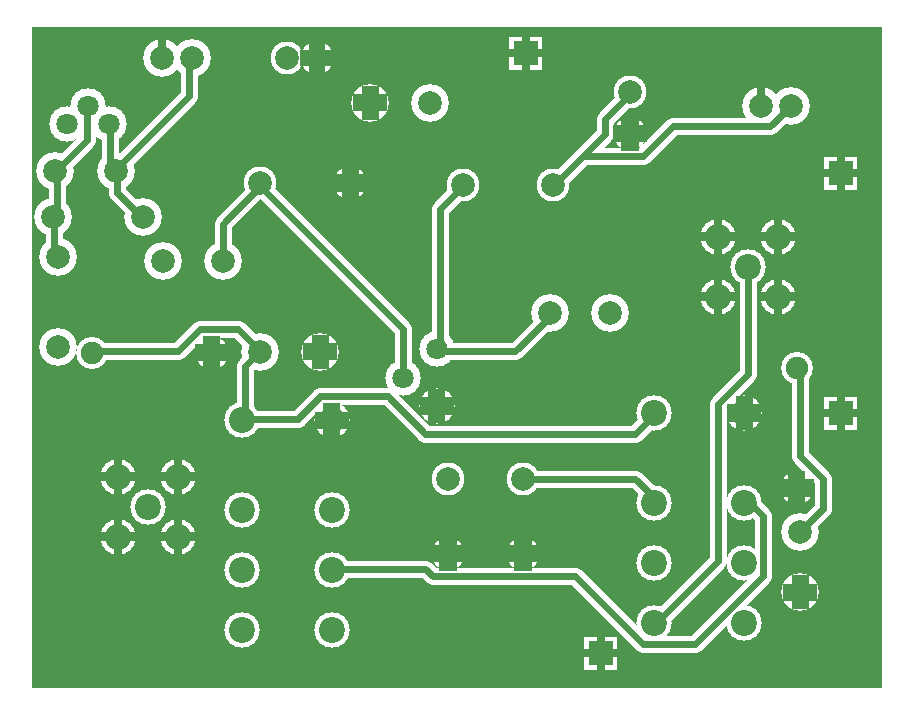
<source format=gbr>
%FSLAX34Y34*%
%MOMM*%
%LNCOPPER_BOTTOM*%
G71*
G01*
%ADD10C,3.200*%
%ADD11C,3.000*%
%ADD12C,3.000*%
%ADD13C,2.800*%
%ADD14C,2.800*%
%ADD15C,3.200*%
%ADD16C,2.700*%
%ADD17C,1.400*%
%ADD18C,0.667*%
%ADD19C,0.813*%
%ADD20C,0.733*%
%ADD21C,1.467*%
%ADD22C,2.230*%
%ADD23C,1.447*%
%ADD24C,1.360*%
%ADD25C,2.000*%
%ADD26C,1.800*%
%ADD27C,2.200*%
%ADD28C,2.000*%
%ADD29C,3.000*%
%ADD30C,1.900*%
%ADD31C,0.600*%
%LPD*%
G36*
X0Y560000D02*
X720000Y560000D01*
X720000Y0D01*
X0Y0D01*
X0Y560000D01*
G37*
%LPC*%
X161900Y361650D02*
G54D10*
D03*
X110920Y361538D02*
G54D10*
D03*
X337596Y495870D02*
G54D10*
D03*
X286616Y495757D02*
G54D10*
D03*
X617675Y492725D02*
G54D10*
D03*
X643175Y492725D02*
G54D10*
D03*
X342900Y286950D02*
G54D11*
D03*
X314300Y263025D02*
G54D11*
D03*
X342935Y239059D02*
G54D11*
D03*
X73000Y179100D02*
G54D12*
D03*
X123800Y179100D02*
G54D12*
D03*
X98400Y153700D02*
G54D12*
D03*
X123800Y128300D02*
G54D12*
D03*
X73000Y128300D02*
G54D12*
D03*
X193650Y427690D02*
G54D13*
D03*
X269850Y427690D02*
G54D13*
D03*
X506456Y469506D02*
G54D13*
D03*
X506456Y504606D02*
G54D13*
D03*
X352400Y177500D02*
G54D13*
D03*
X415900Y177500D02*
G54D13*
D03*
X415900Y114000D02*
G54D13*
D03*
X352400Y114000D02*
G54D13*
D03*
X254000Y226749D02*
G54D14*
D03*
X352400Y114000D02*
G54D14*
D03*
X415900Y114000D02*
G54D14*
D03*
G36*
X404473Y551698D02*
X432473Y551698D01*
X432473Y523698D01*
X404473Y523698D01*
X404473Y551698D01*
G37*
X31750Y26600D02*
G54D15*
D03*
X685800Y540950D02*
G54D15*
D03*
X685800Y20250D02*
G54D15*
D03*
X177800Y226749D02*
G54D12*
D03*
X254000Y226749D02*
G54D12*
D03*
X177800Y150549D02*
G54D12*
D03*
X177800Y99749D02*
G54D12*
D03*
X177800Y48949D02*
G54D12*
D03*
X254000Y150549D02*
G54D12*
D03*
X254000Y99749D02*
G54D12*
D03*
X254000Y48949D02*
G54D12*
D03*
X152400Y283900D02*
G54D16*
D03*
X50800Y283900D02*
G54D16*
D03*
X244310Y284725D02*
G54D10*
D03*
X193330Y284613D02*
G54D10*
D03*
X152400Y283900D02*
G54D13*
D03*
X152400Y283900D02*
G54D14*
D03*
X244310Y284725D02*
G54D14*
D03*
X581000Y382300D02*
G54D12*
D03*
X631800Y382300D02*
G54D12*
D03*
X606400Y356900D02*
G54D12*
D03*
X631800Y331500D02*
G54D12*
D03*
X581000Y331500D02*
G54D12*
D03*
X527050Y233099D02*
G54D12*
D03*
X603250Y233099D02*
G54D12*
D03*
X527050Y156899D02*
G54D12*
D03*
X527050Y106099D02*
G54D12*
D03*
X527050Y55299D02*
G54D12*
D03*
X603250Y156899D02*
G54D12*
D03*
X603250Y106099D02*
G54D12*
D03*
X603250Y55299D02*
G54D12*
D03*
X647700Y169600D02*
G54D16*
D03*
X647700Y271200D02*
G54D16*
D03*
X650658Y81207D02*
G54D10*
D03*
X650546Y132188D02*
G54D10*
D03*
X110309Y533322D02*
G54D10*
D03*
X135809Y533322D02*
G54D10*
D03*
X647700Y169600D02*
G54D14*
D03*
X650658Y81207D02*
G54D14*
D03*
X506456Y469506D02*
G54D14*
D03*
X603250Y233099D02*
G54D14*
D03*
X365100Y426420D02*
G54D13*
D03*
X441300Y426420D02*
G54D13*
D03*
X489997Y318070D02*
G54D10*
D03*
X439016Y317957D02*
G54D10*
D03*
X342935Y239059D02*
G54D14*
D03*
X286616Y495757D02*
G54D14*
D03*
G54D17*
X193330Y284613D02*
X193650Y285450D01*
X174600Y304500D01*
X142850Y304500D01*
X123800Y285450D01*
X53950Y285450D01*
X50800Y283900D01*
G54D17*
X193330Y284613D02*
X193650Y285450D01*
X180950Y272750D01*
X180950Y228300D01*
X177800Y226749D01*
G54D17*
X527050Y233099D02*
X530200Y234650D01*
X511150Y215600D01*
X333350Y215600D01*
X301600Y247350D01*
X244450Y247350D01*
X225400Y228300D01*
X180950Y228300D01*
X177800Y226749D01*
G54D17*
X193650Y427690D02*
X193650Y425150D01*
X161900Y393400D01*
X161900Y361650D01*
G54D17*
X193650Y427690D02*
X193650Y425150D01*
X314300Y304500D01*
X314300Y260050D01*
X314300Y263025D01*
G54D17*
X365100Y426420D02*
X365100Y425150D01*
X346050Y406100D01*
X346050Y285450D01*
X342900Y286950D01*
G54D17*
X439016Y317957D02*
X441300Y317200D01*
X409550Y285450D01*
X346050Y285450D01*
X342900Y286950D01*
G54D17*
X441300Y426420D02*
X441300Y425150D01*
X466700Y450550D01*
X517500Y450550D01*
X542900Y475950D01*
X625450Y475950D01*
X644500Y495000D01*
X643175Y492725D01*
G54D17*
X441300Y426420D02*
X441300Y425150D01*
X485750Y469600D01*
X485750Y482300D01*
X504800Y501350D01*
X504800Y507700D01*
X506456Y504606D01*
G54D17*
X527050Y55299D02*
X530200Y56850D01*
X581000Y107650D01*
X581000Y241000D01*
X606400Y266400D01*
X606400Y355300D01*
X606400Y356900D01*
G54D17*
X650546Y132188D02*
X650850Y133050D01*
X669900Y152100D01*
X669900Y177500D01*
X650850Y196550D01*
X650850Y272750D01*
X647700Y271200D01*
G54D17*
X603250Y156899D02*
X606400Y158450D01*
X619100Y145750D01*
X619100Y94950D01*
X561950Y37800D01*
X517500Y37800D01*
X460350Y94950D01*
X339700Y94950D01*
X333350Y101300D01*
X257150Y101300D01*
X254000Y99749D01*
G54D17*
X527050Y156899D02*
X530200Y158450D01*
X511150Y177500D01*
X415900Y177500D01*
X269850Y427690D02*
G54D14*
D03*
X65129Y477458D02*
G54D11*
D03*
X47554Y493358D02*
G54D11*
D03*
X29938Y477423D02*
G54D11*
D03*
X20064Y438071D02*
G54D10*
D03*
X71045Y438184D02*
G54D10*
D03*
X17656Y398724D02*
G54D10*
D03*
X93907Y398674D02*
G54D10*
D03*
X22396Y365032D02*
G54D10*
D03*
X22346Y288781D02*
G54D10*
D03*
G54D17*
X93906Y398674D02*
X91407Y400666D01*
X72357Y419716D01*
X72357Y438766D01*
X71045Y438183D01*
G54D17*
X71045Y438183D02*
X72357Y438766D01*
X66007Y445116D01*
X66007Y476866D01*
X65129Y477457D01*
G54D17*
X20064Y438071D02*
X21557Y438766D01*
X46957Y464166D01*
X46957Y495916D01*
X47554Y493357D01*
G54D17*
X17656Y398724D02*
X15207Y400666D01*
X21557Y407016D01*
X21557Y438766D01*
X20064Y438071D01*
X215900Y533400D02*
G54D13*
D03*
X241300Y533400D02*
G54D13*
D03*
G36*
X467973Y43698D02*
X495973Y43698D01*
X495973Y15698D01*
X467973Y15698D01*
X467973Y43698D01*
G37*
G36*
X671173Y450098D02*
X699173Y450098D01*
X699173Y422098D01*
X671173Y422098D01*
X671173Y450098D01*
G37*
G36*
X671173Y246898D02*
X699173Y246898D01*
X699173Y218898D01*
X671173Y218898D01*
X671173Y246898D01*
G37*
G54D17*
X71045Y438184D02*
X69850Y438150D01*
X133350Y501650D01*
X133350Y533400D01*
X135809Y533322D01*
X19050Y534600D02*
G54D15*
D03*
G54D17*
X22396Y365032D02*
X25400Y361950D01*
X19050Y368300D01*
X19050Y400050D01*
X17656Y398724D01*
%LPD*%
G54D18*
G36*
X614342Y492725D02*
X614342Y509225D01*
X621008Y509225D01*
X621008Y492725D01*
X614342Y492725D01*
G37*
G54D19*
G54D20*
G36*
X69333Y179100D02*
X69333Y194600D01*
X76667Y194600D01*
X76667Y179100D01*
X69333Y179100D01*
G37*
G36*
X73000Y182767D02*
X88500Y182767D01*
X88500Y175433D01*
X73000Y175433D01*
X73000Y182767D01*
G37*
G36*
X76667Y179100D02*
X76667Y163600D01*
X69333Y163600D01*
X69333Y179100D01*
X76667Y179100D01*
G37*
G36*
X73000Y175433D02*
X57500Y175433D01*
X57500Y182767D01*
X73000Y182767D01*
X73000Y175433D01*
G37*
G54D20*
G36*
X120133Y179100D02*
X120133Y194600D01*
X127467Y194600D01*
X127467Y179100D01*
X120133Y179100D01*
G37*
G36*
X123800Y182767D02*
X139300Y182767D01*
X139300Y175433D01*
X123800Y175433D01*
X123800Y182767D01*
G37*
G36*
X127467Y179100D02*
X127467Y163600D01*
X120133Y163600D01*
X120133Y179100D01*
X127467Y179100D01*
G37*
G36*
X123800Y175433D02*
X108300Y175433D01*
X108300Y182767D01*
X123800Y182767D01*
X123800Y175433D01*
G37*
G54D20*
G36*
X120133Y128300D02*
X120133Y143800D01*
X127467Y143800D01*
X127467Y128300D01*
X120133Y128300D01*
G37*
G36*
X123800Y131967D02*
X139300Y131967D01*
X139300Y124633D01*
X123800Y124633D01*
X123800Y131967D01*
G37*
G36*
X127467Y128300D02*
X127467Y112800D01*
X120133Y112800D01*
X120133Y128300D01*
X127467Y128300D01*
G37*
G36*
X123800Y124633D02*
X108300Y124633D01*
X108300Y131967D01*
X123800Y131967D01*
X123800Y124633D01*
G37*
G54D20*
G36*
X69333Y128300D02*
X69333Y143800D01*
X76667Y143800D01*
X76667Y128300D01*
X69333Y128300D01*
G37*
G36*
X73000Y131967D02*
X88500Y131967D01*
X88500Y124633D01*
X73000Y124633D01*
X73000Y131967D01*
G37*
G36*
X76667Y128300D02*
X76667Y112800D01*
X69333Y112800D01*
X69333Y128300D01*
X76667Y128300D01*
G37*
G36*
X73000Y124633D02*
X57500Y124633D01*
X57500Y131967D01*
X73000Y131967D01*
X73000Y124633D01*
G37*
G54D21*
G36*
X246666Y226749D02*
X246666Y241249D01*
X261333Y241249D01*
X261333Y226749D01*
X246666Y226749D01*
G37*
G36*
X254000Y234082D02*
X268500Y234082D01*
X268500Y219416D01*
X254000Y219416D01*
X254000Y234082D01*
G37*
G36*
X261333Y226749D02*
X261333Y212249D01*
X246666Y212249D01*
X246666Y226749D01*
X261333Y226749D01*
G37*
G36*
X254000Y219416D02*
X239500Y219416D01*
X239500Y234082D01*
X254000Y234082D01*
X254000Y219416D01*
G37*
G54D21*
G36*
X345067Y114000D02*
X345067Y128500D01*
X359733Y128500D01*
X359733Y114000D01*
X345067Y114000D01*
G37*
G36*
X352400Y121333D02*
X366900Y121333D01*
X366900Y106667D01*
X352400Y106667D01*
X352400Y121333D01*
G37*
G36*
X359733Y114000D02*
X359733Y99500D01*
X345067Y99500D01*
X345067Y114000D01*
X359733Y114000D01*
G37*
G36*
X352400Y106667D02*
X337900Y106667D01*
X337900Y121333D01*
X352400Y121333D01*
X352400Y106667D01*
G37*
G54D21*
G36*
X408567Y114000D02*
X408567Y128500D01*
X423233Y128500D01*
X423233Y114000D01*
X408567Y114000D01*
G37*
G36*
X415900Y121333D02*
X430400Y121333D01*
X430400Y106667D01*
X415900Y106667D01*
X415900Y121333D01*
G37*
G36*
X423233Y114000D02*
X423233Y99500D01*
X408567Y99500D01*
X408567Y114000D01*
X423233Y114000D01*
G37*
G36*
X415900Y106667D02*
X401400Y106667D01*
X401400Y121333D01*
X415900Y121333D01*
X415900Y106667D01*
G37*
G54D18*
G36*
X415140Y537698D02*
X415140Y552198D01*
X421806Y552198D01*
X421806Y537698D01*
X415140Y537698D01*
G37*
G36*
X418473Y541031D02*
X432973Y541031D01*
X432973Y534365D01*
X418473Y534365D01*
X418473Y541031D01*
G37*
G36*
X421806Y537698D02*
X421806Y523198D01*
X415140Y523198D01*
X415140Y537698D01*
X421806Y537698D01*
G37*
G36*
X418473Y534365D02*
X403973Y534365D01*
X403973Y541031D01*
X418473Y541031D01*
X418473Y534365D01*
G37*
G54D22*
G36*
X31750Y37750D02*
X48250Y37750D01*
X48250Y15450D01*
X31750Y15450D01*
X31750Y37750D01*
G37*
G36*
X42900Y26600D02*
X42900Y10100D01*
X20600Y10100D01*
X20600Y26600D01*
X42900Y26600D01*
G37*
G36*
X31750Y15450D02*
X15250Y15450D01*
X15250Y37750D01*
X31750Y37750D01*
X31750Y15450D01*
G37*
G36*
X20600Y26600D02*
X20600Y43100D01*
X42900Y43100D01*
X42900Y26600D01*
X20600Y26600D01*
G37*
G54D22*
G36*
X685800Y552100D02*
X702300Y552100D01*
X702300Y529800D01*
X685800Y529800D01*
X685800Y552100D01*
G37*
G36*
X696950Y540950D02*
X696950Y524450D01*
X674650Y524450D01*
X674650Y540950D01*
X696950Y540950D01*
G37*
G36*
X685800Y529800D02*
X669300Y529800D01*
X669300Y552100D01*
X685800Y552100D01*
X685800Y529800D01*
G37*
G36*
X674650Y540950D02*
X674650Y557450D01*
X696950Y557450D01*
X696950Y540950D01*
X674650Y540950D01*
G37*
G54D22*
G36*
X685800Y31400D02*
X702300Y31400D01*
X702300Y9100D01*
X685800Y9100D01*
X685800Y31400D01*
G37*
G36*
X696950Y20250D02*
X696950Y3750D01*
X674650Y3750D01*
X674650Y20250D01*
X696950Y20250D01*
G37*
G36*
X685800Y9100D02*
X669300Y9100D01*
X669300Y31400D01*
X685800Y31400D01*
X685800Y9100D01*
G37*
G36*
X674650Y20250D02*
X674650Y36750D01*
X696950Y36750D01*
X696950Y20250D01*
X674650Y20250D01*
G37*
G54D23*
G36*
X145167Y283900D02*
X145167Y298400D01*
X159633Y298400D01*
X159633Y283900D01*
X145167Y283900D01*
G37*
G36*
X152400Y291133D02*
X166900Y291133D01*
X166900Y276667D01*
X152400Y276667D01*
X152400Y291133D01*
G37*
G36*
X159633Y283900D02*
X159633Y269400D01*
X145167Y269400D01*
X145167Y283900D01*
X159633Y283900D01*
G37*
G36*
X152400Y276667D02*
X137900Y276667D01*
X137900Y291133D01*
X152400Y291133D01*
X152400Y276667D01*
G37*
G54D23*
G36*
X237077Y284725D02*
X237077Y299225D01*
X251543Y299225D01*
X251543Y284725D01*
X237077Y284725D01*
G37*
G36*
X244310Y291959D02*
X258810Y291959D01*
X258810Y277492D01*
X244310Y277492D01*
X244310Y291959D01*
G37*
G36*
X251543Y284725D02*
X251543Y270225D01*
X237077Y270225D01*
X237077Y284725D01*
X251543Y284725D01*
G37*
G36*
X244310Y277492D02*
X229810Y277492D01*
X229810Y291959D01*
X244310Y291959D01*
X244310Y277492D01*
G37*
G54D20*
G36*
X577333Y382300D02*
X577333Y397800D01*
X584667Y397800D01*
X584667Y382300D01*
X577333Y382300D01*
G37*
G36*
X581000Y385967D02*
X596500Y385967D01*
X596500Y378633D01*
X581000Y378633D01*
X581000Y385967D01*
G37*
G36*
X584667Y382300D02*
X584667Y366800D01*
X577333Y366800D01*
X577333Y382300D01*
X584667Y382300D01*
G37*
G36*
X581000Y378633D02*
X565500Y378633D01*
X565500Y385967D01*
X581000Y385967D01*
X581000Y378633D01*
G37*
G54D20*
G36*
X628133Y382300D02*
X628133Y397800D01*
X635467Y397800D01*
X635467Y382300D01*
X628133Y382300D01*
G37*
G36*
X631800Y385967D02*
X647300Y385967D01*
X647300Y378633D01*
X631800Y378633D01*
X631800Y385967D01*
G37*
G36*
X635467Y382300D02*
X635467Y366800D01*
X628133Y366800D01*
X628133Y382300D01*
X635467Y382300D01*
G37*
G36*
X631800Y378633D02*
X616300Y378633D01*
X616300Y385967D01*
X631800Y385967D01*
X631800Y378633D01*
G37*
G54D20*
G36*
X628133Y331500D02*
X628133Y347000D01*
X635467Y347000D01*
X635467Y331500D01*
X628133Y331500D01*
G37*
G36*
X631800Y335167D02*
X647300Y335167D01*
X647300Y327833D01*
X631800Y327833D01*
X631800Y335167D01*
G37*
G36*
X635467Y331500D02*
X635467Y316000D01*
X628133Y316000D01*
X628133Y331500D01*
X635467Y331500D01*
G37*
G36*
X631800Y327833D02*
X616300Y327833D01*
X616300Y335167D01*
X631800Y335167D01*
X631800Y327833D01*
G37*
G54D20*
G36*
X577333Y331500D02*
X577333Y347000D01*
X584667Y347000D01*
X584667Y331500D01*
X577333Y331500D01*
G37*
G36*
X581000Y335167D02*
X596500Y335167D01*
X596500Y327833D01*
X581000Y327833D01*
X581000Y335167D01*
G37*
G36*
X584667Y331500D02*
X584667Y316000D01*
X577333Y316000D01*
X577333Y331500D01*
X584667Y331500D01*
G37*
G36*
X581000Y327833D02*
X565500Y327833D01*
X565500Y335167D01*
X581000Y335167D01*
X581000Y327833D01*
G37*
G54D18*
G36*
X106976Y533322D02*
X106976Y549822D01*
X113642Y549822D01*
X113642Y533322D01*
X106976Y533322D01*
G37*
G54D19*
G54D21*
G36*
X640367Y169600D02*
X640367Y184100D01*
X655033Y184100D01*
X655033Y169600D01*
X640367Y169600D01*
G37*
G36*
X647700Y176933D02*
X662200Y176933D01*
X662200Y162267D01*
X647700Y162267D01*
X647700Y176933D01*
G37*
G36*
X655033Y169600D02*
X655033Y155100D01*
X640367Y155100D01*
X640367Y169600D01*
X655033Y169600D01*
G37*
G36*
X647700Y162267D02*
X633200Y162267D01*
X633200Y176933D01*
X647700Y176933D01*
X647700Y162267D01*
G37*
G54D21*
G36*
X643325Y81207D02*
X643325Y95707D01*
X657992Y95707D01*
X657992Y81207D01*
X643325Y81207D01*
G37*
G36*
X650658Y88540D02*
X665158Y88540D01*
X665158Y73874D01*
X650658Y73874D01*
X650658Y88540D01*
G37*
G36*
X657992Y81207D02*
X657992Y66707D01*
X643325Y66707D01*
X643325Y81207D01*
X657992Y81207D01*
G37*
G36*
X650658Y73874D02*
X636158Y73874D01*
X636158Y88540D01*
X650658Y88540D01*
X650658Y73874D01*
G37*
G54D21*
G36*
X499123Y469506D02*
X499123Y484006D01*
X513789Y484006D01*
X513789Y469506D01*
X499123Y469506D01*
G37*
G36*
X506456Y476839D02*
X520956Y476839D01*
X520956Y462173D01*
X506456Y462173D01*
X506456Y476839D01*
G37*
G36*
X513789Y469506D02*
X513789Y455006D01*
X499123Y455006D01*
X499123Y469506D01*
X513789Y469506D01*
G37*
G36*
X506456Y462173D02*
X491956Y462173D01*
X491956Y476839D01*
X506456Y476839D01*
X506456Y462173D01*
G37*
G54D21*
G36*
X595916Y233099D02*
X595916Y247599D01*
X610583Y247599D01*
X610583Y233099D01*
X595916Y233099D01*
G37*
G36*
X603250Y240432D02*
X617750Y240432D01*
X617750Y225766D01*
X603250Y225766D01*
X603250Y240432D01*
G37*
G36*
X610583Y233099D02*
X610583Y218599D01*
X595916Y218599D01*
X595916Y233099D01*
X610583Y233099D01*
G37*
G36*
X603250Y225766D02*
X588750Y225766D01*
X588750Y240432D01*
X603250Y240432D01*
X603250Y225766D01*
G37*
G54D21*
G36*
X335601Y239059D02*
X335601Y253559D01*
X350268Y253559D01*
X350268Y239059D01*
X335601Y239059D01*
G37*
G36*
X342935Y246392D02*
X357435Y246392D01*
X357435Y231726D01*
X342935Y231726D01*
X342935Y246392D01*
G37*
G36*
X350268Y239059D02*
X350268Y224559D01*
X335601Y224559D01*
X335601Y239059D01*
X350268Y239059D01*
G37*
G36*
X342935Y231726D02*
X328435Y231726D01*
X328435Y246392D01*
X342935Y246392D01*
X342935Y231726D01*
G37*
G54D21*
G36*
X279283Y495757D02*
X279283Y510257D01*
X293949Y510257D01*
X293949Y495757D01*
X279283Y495757D01*
G37*
G36*
X286616Y503090D02*
X301116Y503090D01*
X301116Y488424D01*
X286616Y488424D01*
X286616Y503090D01*
G37*
G36*
X293949Y495757D02*
X293949Y481257D01*
X279283Y481257D01*
X279283Y495757D01*
X293949Y495757D01*
G37*
G36*
X286616Y488424D02*
X272116Y488424D01*
X272116Y503090D01*
X286616Y503090D01*
X286616Y488424D01*
G37*
G54D21*
G36*
X262517Y427690D02*
X262517Y442190D01*
X277183Y442190D01*
X277183Y427690D01*
X262517Y427690D01*
G37*
G36*
X269850Y435023D02*
X284350Y435023D01*
X284350Y420357D01*
X269850Y420357D01*
X269850Y435023D01*
G37*
G36*
X277183Y427690D02*
X277183Y413190D01*
X262517Y413190D01*
X262517Y427690D01*
X277183Y427690D01*
G37*
G36*
X269850Y420357D02*
X255350Y420357D01*
X255350Y435023D01*
X269850Y435023D01*
X269850Y420357D01*
G37*
G54D24*
G36*
X234500Y533400D02*
X234500Y547900D01*
X248100Y547900D01*
X248100Y533400D01*
X234500Y533400D01*
G37*
G36*
X241300Y540200D02*
X255800Y540200D01*
X255800Y526600D01*
X241300Y526600D01*
X241300Y540200D01*
G37*
G36*
X248100Y533400D02*
X248100Y518900D01*
X234500Y518900D01*
X234500Y533400D01*
X248100Y533400D01*
G37*
G36*
X241300Y526600D02*
X226800Y526600D01*
X226800Y540200D01*
X241300Y540200D01*
X241300Y526600D01*
G37*
G54D18*
G36*
X478640Y29698D02*
X478640Y44198D01*
X485306Y44198D01*
X485306Y29698D01*
X478640Y29698D01*
G37*
G36*
X481973Y33031D02*
X496473Y33031D01*
X496473Y26365D01*
X481973Y26365D01*
X481973Y33031D01*
G37*
G36*
X485306Y29698D02*
X485306Y15198D01*
X478640Y15198D01*
X478640Y29698D01*
X485306Y29698D01*
G37*
G36*
X481973Y26365D02*
X467473Y26365D01*
X467473Y33031D01*
X481973Y33031D01*
X481973Y26365D01*
G37*
G54D18*
G36*
X681840Y436098D02*
X681840Y450598D01*
X688506Y450598D01*
X688506Y436098D01*
X681840Y436098D01*
G37*
G36*
X685173Y439431D02*
X699673Y439431D01*
X699673Y432765D01*
X685173Y432765D01*
X685173Y439431D01*
G37*
G36*
X688506Y436098D02*
X688506Y421598D01*
X681840Y421598D01*
X681840Y436098D01*
X688506Y436098D01*
G37*
G36*
X685173Y432765D02*
X670673Y432765D01*
X670673Y439431D01*
X685173Y439431D01*
X685173Y432765D01*
G37*
G54D18*
G36*
X681840Y232898D02*
X681840Y247398D01*
X688506Y247398D01*
X688506Y232898D01*
X681840Y232898D01*
G37*
G36*
X685173Y236231D02*
X699673Y236231D01*
X699673Y229565D01*
X685173Y229565D01*
X685173Y236231D01*
G37*
G36*
X688506Y232898D02*
X688506Y218398D01*
X681840Y218398D01*
X681840Y232898D01*
X688506Y232898D01*
G37*
G36*
X685173Y229565D02*
X670673Y229565D01*
X670673Y236231D01*
X685173Y236231D01*
X685173Y229565D01*
G37*
G54D22*
G36*
X19050Y545750D02*
X35550Y545750D01*
X35550Y523450D01*
X19050Y523450D01*
X19050Y545750D01*
G37*
G36*
X30200Y534600D02*
X30200Y518100D01*
X7900Y518100D01*
X7900Y534600D01*
X30200Y534600D01*
G37*
G36*
X19050Y523450D02*
X2550Y523450D01*
X2550Y545750D01*
X19050Y545750D01*
X19050Y523450D01*
G37*
G36*
X7900Y534600D02*
X7900Y551100D01*
X30200Y551100D01*
X30200Y534600D01*
X7900Y534600D01*
G37*
X161900Y361650D02*
G54D25*
D03*
X110920Y361538D02*
G54D25*
D03*
X337596Y495870D02*
G54D25*
D03*
X286616Y495757D02*
G54D25*
D03*
X617675Y492725D02*
G54D25*
D03*
X643175Y492725D02*
G54D25*
D03*
X342900Y286950D02*
G54D26*
D03*
X314300Y263025D02*
G54D26*
D03*
X342935Y239059D02*
G54D26*
D03*
X73000Y179100D02*
G54D27*
D03*
X123800Y179100D02*
G54D27*
D03*
X98400Y153700D02*
G54D27*
D03*
X123800Y128300D02*
G54D27*
D03*
X73000Y128300D02*
G54D27*
D03*
X193650Y427690D02*
G54D25*
D03*
X269850Y427690D02*
G54D25*
D03*
X506456Y469506D02*
G54D25*
D03*
X506456Y504606D02*
G54D25*
D03*
X352400Y177500D02*
G54D25*
D03*
X415900Y177500D02*
G54D25*
D03*
X415900Y114000D02*
G54D25*
D03*
X352400Y114000D02*
G54D25*
D03*
X254000Y226749D02*
G54D28*
D03*
X352400Y114000D02*
G54D28*
D03*
X415900Y114000D02*
G54D28*
D03*
G36*
X408473Y547698D02*
X428473Y547698D01*
X428473Y527698D01*
X408473Y527698D01*
X408473Y547698D01*
G37*
X31750Y26600D02*
G54D29*
D03*
X685800Y540950D02*
G54D29*
D03*
X685800Y20250D02*
G54D29*
D03*
X177800Y226749D02*
G54D27*
D03*
X254000Y226749D02*
G54D27*
D03*
X177800Y150549D02*
G54D27*
D03*
X177800Y99749D02*
G54D27*
D03*
X177800Y48949D02*
G54D27*
D03*
X254000Y150549D02*
G54D27*
D03*
X254000Y99749D02*
G54D27*
D03*
X254000Y48949D02*
G54D27*
D03*
X152400Y283900D02*
G54D30*
D03*
X50800Y283900D02*
G54D30*
D03*
X244310Y284725D02*
G54D25*
D03*
X193330Y284613D02*
G54D25*
D03*
X152400Y283900D02*
G54D25*
D03*
X152400Y283900D02*
G54D28*
D03*
X244310Y284725D02*
G54D28*
D03*
X581000Y382300D02*
G54D27*
D03*
X631800Y382300D02*
G54D27*
D03*
X606400Y356900D02*
G54D27*
D03*
X631800Y331500D02*
G54D27*
D03*
X581000Y331500D02*
G54D27*
D03*
X527050Y233099D02*
G54D27*
D03*
X603250Y233099D02*
G54D27*
D03*
X527050Y156899D02*
G54D27*
D03*
X527050Y106099D02*
G54D27*
D03*
X527050Y55299D02*
G54D27*
D03*
X603250Y156899D02*
G54D27*
D03*
X603250Y106099D02*
G54D27*
D03*
X603250Y55299D02*
G54D27*
D03*
X647700Y169600D02*
G54D30*
D03*
X647700Y271200D02*
G54D30*
D03*
X650658Y81207D02*
G54D25*
D03*
X650546Y132188D02*
G54D25*
D03*
X110309Y533322D02*
G54D25*
D03*
X135809Y533322D02*
G54D25*
D03*
X647700Y169600D02*
G54D28*
D03*
X650658Y81207D02*
G54D28*
D03*
X506456Y469506D02*
G54D28*
D03*
X603250Y233099D02*
G54D28*
D03*
X365100Y426420D02*
G54D25*
D03*
X441300Y426420D02*
G54D25*
D03*
X489997Y318070D02*
G54D25*
D03*
X439016Y317957D02*
G54D25*
D03*
X342935Y239059D02*
G54D28*
D03*
X286616Y495757D02*
G54D28*
D03*
G54D31*
X193330Y284613D02*
X193650Y285450D01*
X174600Y304500D01*
X142850Y304500D01*
X123800Y285450D01*
X53950Y285450D01*
X50800Y283900D01*
G54D31*
X193330Y284613D02*
X193650Y285450D01*
X180950Y272750D01*
X180950Y228300D01*
X177800Y226749D01*
G54D31*
X527050Y233099D02*
X530200Y234650D01*
X511150Y215600D01*
X333350Y215600D01*
X301600Y247350D01*
X244450Y247350D01*
X225400Y228300D01*
X180950Y228300D01*
X177800Y226749D01*
G54D31*
X193650Y427690D02*
X193650Y425150D01*
X161900Y393400D01*
X161900Y361650D01*
G54D31*
X193650Y427690D02*
X193650Y425150D01*
X314300Y304500D01*
X314300Y260050D01*
X314300Y263025D01*
G54D31*
X365100Y426420D02*
X365100Y425150D01*
X346050Y406100D01*
X346050Y285450D01*
X342900Y286950D01*
G54D31*
X439016Y317957D02*
X441300Y317200D01*
X409550Y285450D01*
X346050Y285450D01*
X342900Y286950D01*
G54D31*
X441300Y426420D02*
X441300Y425150D01*
X466700Y450550D01*
X517500Y450550D01*
X542900Y475950D01*
X625450Y475950D01*
X644500Y495000D01*
X643175Y492725D01*
G54D31*
X441300Y426420D02*
X441300Y425150D01*
X485750Y469600D01*
X485750Y482300D01*
X504800Y501350D01*
X504800Y507700D01*
X506456Y504606D01*
G54D31*
X527050Y55299D02*
X530200Y56850D01*
X581000Y107650D01*
X581000Y241000D01*
X606400Y266400D01*
X606400Y355300D01*
X606400Y356900D01*
G54D31*
X650546Y132188D02*
X650850Y133050D01*
X669900Y152100D01*
X669900Y177500D01*
X650850Y196550D01*
X650850Y272750D01*
X647700Y271200D01*
G54D31*
X603250Y156899D02*
X606400Y158450D01*
X619100Y145750D01*
X619100Y94950D01*
X561950Y37800D01*
X517500Y37800D01*
X460350Y94950D01*
X339700Y94950D01*
X333350Y101300D01*
X257150Y101300D01*
X254000Y99749D01*
G54D31*
X527050Y156899D02*
X530200Y158450D01*
X511150Y177500D01*
X415900Y177500D01*
X269850Y427690D02*
G54D28*
D03*
X65129Y477458D02*
G54D26*
D03*
X47554Y493358D02*
G54D26*
D03*
X29938Y477423D02*
G54D26*
D03*
X20064Y438071D02*
G54D25*
D03*
X71045Y438184D02*
G54D25*
D03*
X17656Y398724D02*
G54D25*
D03*
X93907Y398674D02*
G54D25*
D03*
X22396Y365032D02*
G54D25*
D03*
X22346Y288781D02*
G54D25*
D03*
G54D31*
X93906Y398674D02*
X91407Y400666D01*
X72357Y419716D01*
X72357Y438766D01*
X71045Y438183D01*
G54D31*
X71045Y438183D02*
X72357Y438766D01*
X66007Y445116D01*
X66007Y476866D01*
X65129Y477457D01*
G54D31*
X20064Y438071D02*
X21557Y438766D01*
X46957Y464166D01*
X46957Y495916D01*
X47554Y493357D01*
G54D31*
X17656Y398724D02*
X15207Y400666D01*
X21557Y407016D01*
X21557Y438766D01*
X20064Y438071D01*
X215900Y533400D02*
G54D25*
D03*
X241300Y533400D02*
G54D25*
D03*
G36*
X471973Y39698D02*
X491973Y39698D01*
X491973Y19698D01*
X471973Y19698D01*
X471973Y39698D01*
G37*
G36*
X675173Y446098D02*
X695173Y446098D01*
X695173Y426098D01*
X675173Y426098D01*
X675173Y446098D01*
G37*
G36*
X675173Y242898D02*
X695173Y242898D01*
X695173Y222898D01*
X675173Y222898D01*
X675173Y242898D01*
G37*
G54D31*
X71045Y438184D02*
X69850Y438150D01*
X133350Y501650D01*
X133350Y533400D01*
X135809Y533322D01*
X19050Y534600D02*
G54D29*
D03*
G54D31*
X22396Y365032D02*
X25400Y361950D01*
X19050Y368300D01*
X19050Y400050D01*
X17656Y398724D01*
M02*

</source>
